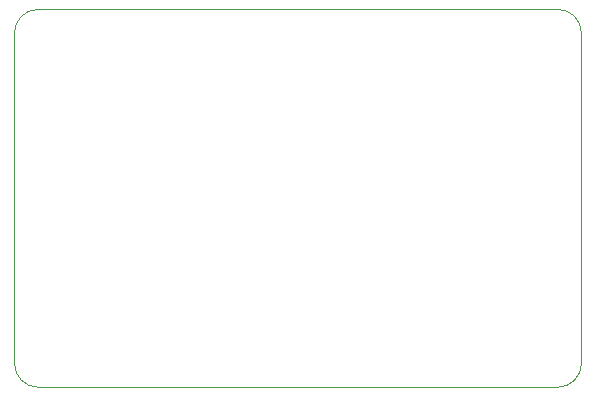
<source format=gm1>
G04 #@! TF.GenerationSoftware,KiCad,Pcbnew,8.0.1*
G04 #@! TF.CreationDate,2024-09-12T17:08:19-04:00*
G04 #@! TF.ProjectId,cutdown,63757464-6f77-46e2-9e6b-696361645f70,rev?*
G04 #@! TF.SameCoordinates,Original*
G04 #@! TF.FileFunction,Profile,NP*
%FSLAX46Y46*%
G04 Gerber Fmt 4.6, Leading zero omitted, Abs format (unit mm)*
G04 Created by KiCad (PCBNEW 8.0.1) date 2024-09-12 17:08:19*
%MOMM*%
%LPD*%
G01*
G04 APERTURE LIST*
G04 #@! TA.AperFunction,Profile*
%ADD10C,0.050000*%
G04 #@! TD*
G04 APERTURE END LIST*
D10*
X161000000Y-88000000D02*
G75*
G02*
X163000000Y-90000000I0J-2000000D01*
G01*
X117000000Y-120000000D02*
G75*
G02*
X115000000Y-118000000I0J2000000D01*
G01*
X117000000Y-88000000D02*
X161000000Y-88000000D01*
X115000000Y-118000000D02*
X115000000Y-90000000D01*
X163000000Y-90000000D02*
X163000000Y-118000000D01*
X163000000Y-118000000D02*
G75*
G02*
X161000000Y-120000000I-2000000J0D01*
G01*
X161000000Y-120000000D02*
X117000000Y-120000000D01*
X115000000Y-90000000D02*
G75*
G02*
X117000000Y-88000000I2000000J0D01*
G01*
M02*

</source>
